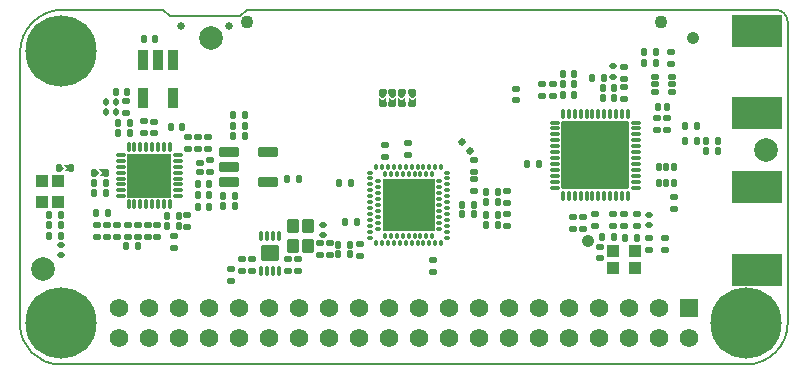
<source format=gbs>
G04*
G04 #@! TF.GenerationSoftware,Altium Limited,CircuitStudio,1.5.2 (30)*
G04*
G04 Layer_Color=8150272*
%FSLAX25Y25*%
%MOIN*%
G70*
G01*
G75*
%ADD54C,0.00500*%
%ADD101C,0.04137*%
G04:AMPARAMS|DCode=102|XSize=26.38mil|YSize=22.44mil|CornerRadius=6.3mil|HoleSize=0mil|Usage=FLASHONLY|Rotation=0.000|XOffset=0mil|YOffset=0mil|HoleType=Round|Shape=RoundedRectangle|*
%AMROUNDEDRECTD102*
21,1,0.02638,0.00984,0,0,0.0*
21,1,0.01378,0.02244,0,0,0.0*
1,1,0.01260,0.00689,-0.00492*
1,1,0.01260,-0.00689,-0.00492*
1,1,0.01260,-0.00689,0.00492*
1,1,0.01260,0.00689,0.00492*
%
%ADD102ROUNDEDRECTD102*%
G04:AMPARAMS|DCode=103|XSize=26.38mil|YSize=20.47mil|CornerRadius=5.81mil|HoleSize=0mil|Usage=FLASHONLY|Rotation=180.000|XOffset=0mil|YOffset=0mil|HoleType=Round|Shape=RoundedRectangle|*
%AMROUNDEDRECTD103*
21,1,0.02638,0.00886,0,0,180.0*
21,1,0.01476,0.02047,0,0,180.0*
1,1,0.01161,-0.00738,0.00443*
1,1,0.01161,0.00738,0.00443*
1,1,0.01161,0.00738,-0.00443*
1,1,0.01161,-0.00738,-0.00443*
%
%ADD103ROUNDEDRECTD103*%
G04:AMPARAMS|DCode=104|XSize=26.38mil|YSize=20.47mil|CornerRadius=5.81mil|HoleSize=0mil|Usage=FLASHONLY|Rotation=270.000|XOffset=0mil|YOffset=0mil|HoleType=Round|Shape=RoundedRectangle|*
%AMROUNDEDRECTD104*
21,1,0.02638,0.00886,0,0,270.0*
21,1,0.01476,0.02047,0,0,270.0*
1,1,0.01161,-0.00443,-0.00738*
1,1,0.01161,-0.00443,0.00738*
1,1,0.01161,0.00443,0.00738*
1,1,0.01161,0.00443,-0.00738*
%
%ADD104ROUNDEDRECTD104*%
G04:AMPARAMS|DCode=105|XSize=26.38mil|YSize=22.44mil|CornerRadius=6.3mil|HoleSize=0mil|Usage=FLASHONLY|Rotation=90.000|XOffset=0mil|YOffset=0mil|HoleType=Round|Shape=RoundedRectangle|*
%AMROUNDEDRECTD105*
21,1,0.02638,0.00984,0,0,90.0*
21,1,0.01378,0.02244,0,0,90.0*
1,1,0.01260,0.00492,0.00689*
1,1,0.01260,0.00492,-0.00689*
1,1,0.01260,-0.00492,-0.00689*
1,1,0.01260,-0.00492,0.00689*
%
%ADD105ROUNDEDRECTD105*%
G04:AMPARAMS|DCode=106|XSize=24.41mil|YSize=20.47mil|CornerRadius=5.81mil|HoleSize=0mil|Usage=FLASHONLY|Rotation=270.000|XOffset=0mil|YOffset=0mil|HoleType=Round|Shape=RoundedRectangle|*
%AMROUNDEDRECTD106*
21,1,0.02441,0.00886,0,0,270.0*
21,1,0.01280,0.02047,0,0,270.0*
1,1,0.01161,-0.00443,-0.00640*
1,1,0.01161,-0.00443,0.00640*
1,1,0.01161,0.00443,0.00640*
1,1,0.01161,0.00443,-0.00640*
%
%ADD106ROUNDEDRECTD106*%
G04:AMPARAMS|DCode=120|XSize=24.41mil|YSize=20.47mil|CornerRadius=5.81mil|HoleSize=0mil|Usage=FLASHONLY|Rotation=0.000|XOffset=0mil|YOffset=0mil|HoleType=Round|Shape=RoundedRectangle|*
%AMROUNDEDRECTD120*
21,1,0.02441,0.00886,0,0,0.0*
21,1,0.01280,0.02047,0,0,0.0*
1,1,0.01161,0.00640,-0.00443*
1,1,0.01161,-0.00640,-0.00443*
1,1,0.01161,-0.00640,0.00443*
1,1,0.01161,0.00640,0.00443*
%
%ADD120ROUNDEDRECTD120*%
%ADD123R,0.16796X0.10792*%
%ADD124C,0.07874*%
G04:AMPARAMS|DCode=127|XSize=16.93mil|YSize=25.76mil|CornerRadius=2.09mil|HoleSize=0mil|Usage=FLASHONLY|Rotation=180.000|XOffset=0mil|YOffset=0mil|HoleType=Round|Shape=RoundedRectangle|*
%AMROUNDEDRECTD127*
21,1,0.01693,0.02158,0,0,180.0*
21,1,0.01276,0.02576,0,0,180.0*
1,1,0.00417,-0.00638,0.01079*
1,1,0.00417,0.00638,0.01079*
1,1,0.00417,0.00638,-0.01079*
1,1,0.00417,-0.00638,-0.01079*
%
%ADD127ROUNDEDRECTD127*%
G04:AMPARAMS|DCode=128|XSize=16.93mil|YSize=25.76mil|CornerRadius=2.09mil|HoleSize=0mil|Usage=FLASHONLY|Rotation=270.000|XOffset=0mil|YOffset=0mil|HoleType=Round|Shape=RoundedRectangle|*
%AMROUNDEDRECTD128*
21,1,0.01693,0.02158,0,0,270.0*
21,1,0.01276,0.02576,0,0,270.0*
1,1,0.00417,-0.01079,-0.00638*
1,1,0.00417,-0.01079,0.00638*
1,1,0.00417,0.01079,0.00638*
1,1,0.00417,0.01079,-0.00638*
%
%ADD128ROUNDEDRECTD128*%
%ADD135C,0.02662*%
%ADD136C,0.06206*%
%ADD137R,0.06206X0.06206*%
%ADD138C,0.23748*%
%ADD139C,0.04300*%
G04:AMPARAMS|DCode=140|XSize=42.37mil|YSize=40.4mil|CornerRadius=3.37mil|HoleSize=0mil|Usage=FLASHONLY|Rotation=90.000|XOffset=0mil|YOffset=0mil|HoleType=Round|Shape=RoundedRectangle|*
%AMROUNDEDRECTD140*
21,1,0.04237,0.03366,0,0,90.0*
21,1,0.03563,0.04040,0,0,90.0*
1,1,0.00674,0.01683,0.01782*
1,1,0.00674,0.01683,-0.01782*
1,1,0.00674,-0.01683,-0.01782*
1,1,0.00674,-0.01683,0.01782*
%
%ADD140ROUNDEDRECTD140*%
G04:AMPARAMS|DCode=141|XSize=42.37mil|YSize=40.4mil|CornerRadius=3.37mil|HoleSize=0mil|Usage=FLASHONLY|Rotation=180.000|XOffset=0mil|YOffset=0mil|HoleType=Round|Shape=RoundedRectangle|*
%AMROUNDEDRECTD141*
21,1,0.04237,0.03366,0,0,180.0*
21,1,0.03563,0.04040,0,0,180.0*
1,1,0.00674,-0.01782,0.01683*
1,1,0.00674,0.01782,0.01683*
1,1,0.00674,0.01782,-0.01683*
1,1,0.00674,-0.01782,-0.01683*
%
%ADD141ROUNDEDRECTD141*%
%ADD142O,0.01284X0.03450*%
%ADD143O,0.03450X0.01284*%
%ADD144R,0.14867X0.14867*%
G04:AMPARAMS|DCode=145|XSize=227.41mil|YSize=227.41mil|CornerRadius=7.11mil|HoleSize=0mil|Usage=FLASHONLY|Rotation=90.000|XOffset=0mil|YOffset=0mil|HoleType=Round|Shape=RoundedRectangle|*
%AMROUNDEDRECTD145*
21,1,0.22741,0.21319,0,0,90.0*
21,1,0.21319,0.22741,0,0,90.0*
1,1,0.01422,0.10659,0.10659*
1,1,0.01422,0.10659,-0.10659*
1,1,0.01422,-0.10659,-0.10659*
1,1,0.01422,-0.10659,0.10659*
%
%ADD145ROUNDEDRECTD145*%
G04:AMPARAMS|DCode=146|XSize=36.47mil|YSize=14.81mil|CornerRadius=6.22mil|HoleSize=0mil|Usage=FLASHONLY|Rotation=90.000|XOffset=0mil|YOffset=0mil|HoleType=Round|Shape=RoundedRectangle|*
%AMROUNDEDRECTD146*
21,1,0.03647,0.00236,0,0,90.0*
21,1,0.02402,0.01481,0,0,90.0*
1,1,0.01245,0.00118,0.01201*
1,1,0.01245,0.00118,-0.01201*
1,1,0.01245,-0.00118,-0.01201*
1,1,0.01245,-0.00118,0.01201*
%
%ADD146ROUNDEDRECTD146*%
G04:AMPARAMS|DCode=147|XSize=36.47mil|YSize=14.81mil|CornerRadius=6.22mil|HoleSize=0mil|Usage=FLASHONLY|Rotation=180.000|XOffset=0mil|YOffset=0mil|HoleType=Round|Shape=RoundedRectangle|*
%AMROUNDEDRECTD147*
21,1,0.03647,0.00236,0,0,180.0*
21,1,0.02402,0.01481,0,0,180.0*
1,1,0.01245,-0.01201,0.00118*
1,1,0.01245,0.01201,0.00118*
1,1,0.01245,0.01201,-0.00118*
1,1,0.01245,-0.01201,-0.00118*
%
%ADD147ROUNDEDRECTD147*%
G04:AMPARAMS|DCode=148|XSize=176.23mil|YSize=176.23mil|CornerRadius=5.83mil|HoleSize=0mil|Usage=FLASHONLY|Rotation=180.000|XOffset=0mil|YOffset=0mil|HoleType=Round|Shape=RoundedRectangle|*
%AMROUNDEDRECTD148*
21,1,0.17623,0.16457,0,0,180.0*
21,1,0.16457,0.17623,0,0,180.0*
1,1,0.01166,-0.08228,0.08228*
1,1,0.01166,0.08228,0.08228*
1,1,0.01166,0.08228,-0.08228*
1,1,0.01166,-0.08228,-0.08228*
%
%ADD148ROUNDEDRECTD148*%
G04:AMPARAMS|DCode=149|XSize=18.75mil|YSize=11.66mil|CornerRadius=2.37mil|HoleSize=0mil|Usage=FLASHONLY|Rotation=270.000|XOffset=0mil|YOffset=0mil|HoleType=Round|Shape=RoundedRectangle|*
%AMROUNDEDRECTD149*
21,1,0.01875,0.00693,0,0,270.0*
21,1,0.01402,0.01166,0,0,270.0*
1,1,0.00473,-0.00347,-0.00701*
1,1,0.00473,-0.00347,0.00701*
1,1,0.00473,0.00347,0.00701*
1,1,0.00473,0.00347,-0.00701*
%
%ADD149ROUNDEDRECTD149*%
G04:AMPARAMS|DCode=150|XSize=18.75mil|YSize=11.66mil|CornerRadius=2.37mil|HoleSize=0mil|Usage=FLASHONLY|Rotation=0.000|XOffset=0mil|YOffset=0mil|HoleType=Round|Shape=RoundedRectangle|*
%AMROUNDEDRECTD150*
21,1,0.01875,0.00693,0,0,0.0*
21,1,0.01402,0.01166,0,0,0.0*
1,1,0.00473,0.00701,-0.00347*
1,1,0.00473,-0.00701,-0.00347*
1,1,0.00473,-0.00701,0.00347*
1,1,0.00473,0.00701,0.00347*
%
%ADD150ROUNDEDRECTD150*%
G04:AMPARAMS|DCode=151|XSize=59.09mil|YSize=55.15mil|CornerRadius=6.32mil|HoleSize=0mil|Usage=FLASHONLY|Rotation=180.000|XOffset=0mil|YOffset=0mil|HoleType=Round|Shape=RoundedRectangle|*
%AMROUNDEDRECTD151*
21,1,0.05909,0.04252,0,0,180.0*
21,1,0.04646,0.05515,0,0,180.0*
1,1,0.01263,-0.02323,0.02126*
1,1,0.01263,0.02323,0.02126*
1,1,0.01263,0.02323,-0.02126*
1,1,0.01263,-0.02323,-0.02126*
%
%ADD151ROUNDEDRECTD151*%
G04:AMPARAMS|DCode=152|XSize=31.53mil|YSize=13.81mil|CornerRadius=3.95mil|HoleSize=0mil|Usage=FLASHONLY|Rotation=270.000|XOffset=0mil|YOffset=0mil|HoleType=Round|Shape=RoundedRectangle|*
%AMROUNDEDRECTD152*
21,1,0.03153,0.00591,0,0,270.0*
21,1,0.02363,0.01381,0,0,270.0*
1,1,0.00791,-0.00295,-0.01181*
1,1,0.00791,-0.00295,0.01181*
1,1,0.00791,0.00295,0.01181*
1,1,0.00791,0.00295,-0.01181*
%
%ADD152ROUNDEDRECTD152*%
G04:AMPARAMS|DCode=153|XSize=28.59mil|YSize=16.78mil|CornerRadius=2.88mil|HoleSize=0mil|Usage=FLASHONLY|Rotation=180.000|XOffset=0mil|YOffset=0mil|HoleType=Round|Shape=RoundedRectangle|*
%AMROUNDEDRECTD153*
21,1,0.02859,0.01102,0,0,180.0*
21,1,0.02284,0.01678,0,0,180.0*
1,1,0.00576,-0.01142,0.00551*
1,1,0.00576,0.01142,0.00551*
1,1,0.00576,0.01142,-0.00551*
1,1,0.00576,-0.01142,-0.00551*
%
%ADD153ROUNDEDRECTD153*%
G04:AMPARAMS|DCode=154|XSize=28.59mil|YSize=16.78mil|CornerRadius=2.88mil|HoleSize=0mil|Usage=FLASHONLY|Rotation=90.000|XOffset=0mil|YOffset=0mil|HoleType=Round|Shape=RoundedRectangle|*
%AMROUNDEDRECTD154*
21,1,0.02859,0.01102,0,0,90.0*
21,1,0.02284,0.01678,0,0,90.0*
1,1,0.00576,0.00551,0.01142*
1,1,0.00576,0.00551,-0.01142*
1,1,0.00576,-0.00551,-0.01142*
1,1,0.00576,-0.00551,0.01142*
%
%ADD154ROUNDEDRECTD154*%
G04:AMPARAMS|DCode=155|XSize=26.38mil|YSize=20.47mil|CornerRadius=5.81mil|HoleSize=0mil|Usage=FLASHONLY|Rotation=225.000|XOffset=0mil|YOffset=0mil|HoleType=Round|Shape=RoundedRectangle|*
%AMROUNDEDRECTD155*
21,1,0.02638,0.00886,0,0,225.0*
21,1,0.01476,0.02047,0,0,225.0*
1,1,0.01161,-0.00835,-0.00209*
1,1,0.01161,0.00209,0.00835*
1,1,0.01161,0.00835,0.00209*
1,1,0.01161,-0.00209,-0.00835*
%
%ADD155ROUNDEDRECTD155*%
G04:AMPARAMS|DCode=156|XSize=67.96mil|YSize=32.92mil|CornerRadius=3mil|HoleSize=0mil|Usage=FLASHONLY|Rotation=90.000|XOffset=0mil|YOffset=0mil|HoleType=Round|Shape=RoundedRectangle|*
%AMROUNDEDRECTD156*
21,1,0.06796,0.02693,0,0,90.0*
21,1,0.06197,0.03292,0,0,90.0*
1,1,0.00599,0.01347,0.03098*
1,1,0.00599,0.01347,-0.03098*
1,1,0.00599,-0.01347,-0.03098*
1,1,0.00599,-0.01347,0.03098*
%
%ADD156ROUNDEDRECTD156*%
G04:AMPARAMS|DCode=157|XSize=38.19mil|YSize=46.06mil|CornerRadius=2.26mil|HoleSize=0mil|Usage=FLASHONLY|Rotation=0.000|XOffset=0mil|YOffset=0mil|HoleType=Round|Shape=RoundedRectangle|*
%AMROUNDEDRECTD157*
21,1,0.03819,0.04154,0,0,0.0*
21,1,0.03366,0.04606,0,0,0.0*
1,1,0.00453,0.01683,-0.02077*
1,1,0.00453,-0.01683,-0.02077*
1,1,0.00453,-0.01683,0.02077*
1,1,0.00453,0.01683,0.02077*
%
%ADD157ROUNDEDRECTD157*%
G04:AMPARAMS|DCode=158|XSize=68mil|YSize=33mil|CornerRadius=4.5mil|HoleSize=0mil|Usage=FLASHONLY|Rotation=180.000|XOffset=0mil|YOffset=0mil|HoleType=Round|Shape=RoundedRectangle|*
%AMROUNDEDRECTD158*
21,1,0.06800,0.02400,0,0,180.0*
21,1,0.05900,0.03300,0,0,180.0*
1,1,0.00900,-0.02950,0.01200*
1,1,0.00900,0.02950,0.01200*
1,1,0.00900,0.02950,-0.01200*
1,1,0.00900,-0.02950,-0.01200*
%
%ADD158ROUNDEDRECTD158*%
G36*
X1051006Y763781D02*
X1049306D01*
Y763881D01*
X1050206Y764781D01*
Y765081D01*
X1049306Y765981D01*
Y766081D01*
X1051006D01*
Y763781D01*
D02*
G37*
G36*
X1156676Y786681D02*
X1154376D01*
Y788381D01*
X1154476D01*
X1155376Y787481D01*
X1155676D01*
X1156576Y788381D01*
X1156676D01*
Y786681D01*
D02*
G37*
G36*
X1159876D02*
X1157576D01*
Y788381D01*
X1157676D01*
X1158576Y787481D01*
X1158876D01*
X1159776Y788381D01*
X1159876D01*
Y786681D01*
D02*
G37*
G36*
X1060946Y763551D02*
Y763251D01*
X1059946Y762251D01*
X1059146D01*
Y764551D01*
X1059946D01*
X1060946Y763551D01*
D02*
G37*
G36*
X1062706Y762251D02*
X1061006D01*
Y762351D01*
X1061906Y763251D01*
Y763551D01*
X1061006Y764451D01*
Y764551D01*
X1062706D01*
Y762251D01*
D02*
G37*
G36*
X1049246Y765081D02*
Y764781D01*
X1048246Y763781D01*
X1047446D01*
Y766081D01*
X1048246D01*
X1049246Y765081D01*
D02*
G37*
G36*
X1159876Y789281D02*
X1158876Y788281D01*
X1158576D01*
X1157576Y789281D01*
Y790081D01*
X1159876D01*
Y789281D01*
D02*
G37*
G36*
X1163076D02*
X1162076Y788281D01*
X1161776D01*
X1160776Y789281D01*
Y790081D01*
X1163076D01*
Y789281D01*
D02*
G37*
G36*
X1166476D02*
X1165476Y788281D01*
X1165176D01*
X1164176Y789281D01*
Y790081D01*
X1166476D01*
Y789281D01*
D02*
G37*
G36*
X1163076Y786681D02*
X1160776D01*
Y788381D01*
X1160876D01*
X1161776Y787481D01*
X1162076D01*
X1162976Y788381D01*
X1163076D01*
Y786681D01*
D02*
G37*
G36*
X1166476D02*
X1164176D01*
Y788381D01*
X1164276D01*
X1165176Y787481D01*
X1165476D01*
X1166376Y788381D01*
X1166476D01*
Y786681D01*
D02*
G37*
G36*
X1156676Y789281D02*
X1155676Y788281D01*
X1155376D01*
X1154376Y789281D01*
Y790081D01*
X1156676D01*
Y789281D01*
D02*
G37*
D54*
X1276749Y699502D02*
G03*
X1290528Y713281I0J13780D01*
G01*
X1034623Y712769D02*
G03*
X1047891Y699502I13268J0D01*
G01*
X1048995Y817730D02*
G03*
X1034623Y803358I0J-14372D01*
G01*
X1290528Y813564D02*
G03*
X1286362Y817730I-4166J0D01*
G01*
X1047891Y699502D02*
X1276749Y699502D01*
X1034623Y712769D02*
X1034623Y796470D01*
X1290528Y718006D02*
Y767631D01*
X1084591Y815466D02*
X1107961D01*
X1034623Y796470D02*
Y803358D01*
X1290528Y713281D02*
Y718006D01*
X1110224Y817730D02*
X1286362D01*
X1290528Y767631D02*
Y813564D01*
X1082327Y817730D02*
X1084591Y815466D01*
X1048995Y817730D02*
X1082327D01*
X1107961Y815466D02*
X1110224Y817730D01*
D101*
X1259076Y808281D02*
D03*
X1223876Y740681D02*
D03*
D102*
X1236076Y798550D02*
D03*
Y794613D02*
D03*
X1137806Y739940D02*
D03*
Y736003D02*
D03*
X1134506Y739920D02*
D03*
Y735983D02*
D03*
X1199991Y787484D02*
D03*
Y791421D02*
D03*
X1085876Y738413D02*
D03*
Y742350D02*
D03*
X1090776Y775150D02*
D03*
Y771213D02*
D03*
X1111976Y730743D02*
D03*
Y734680D02*
D03*
X1244141Y741698D02*
D03*
Y737761D02*
D03*
X1240204Y745635D02*
D03*
Y749572D02*
D03*
X1236076Y787913D02*
D03*
Y791850D02*
D03*
X1247103Y777572D02*
D03*
Y781509D02*
D03*
X1222276Y744713D02*
D03*
Y748650D02*
D03*
X1232330Y749572D02*
D03*
Y745635D02*
D03*
X1212251Y792879D02*
D03*
Y788942D02*
D03*
X1208708D02*
D03*
Y792879D02*
D03*
X1097376Y775150D02*
D03*
Y771213D02*
D03*
X1156175Y768727D02*
D03*
Y772664D02*
D03*
X1147876Y739550D02*
D03*
Y735613D02*
D03*
X1172376Y734150D02*
D03*
Y730213D02*
D03*
X1164032Y773242D02*
D03*
Y769305D02*
D03*
X1060176Y746050D02*
D03*
Y742113D02*
D03*
X1076076Y780450D02*
D03*
Y776513D02*
D03*
X1079239Y780427D02*
D03*
Y776490D02*
D03*
X1070479Y746027D02*
D03*
Y742090D02*
D03*
X1077172D02*
D03*
Y746027D02*
D03*
X1080322Y742090D02*
D03*
Y746027D02*
D03*
X1227976Y738750D02*
D03*
Y734813D02*
D03*
X1090410Y745289D02*
D03*
Y749226D02*
D03*
X1069876Y787250D02*
D03*
Y783313D02*
D03*
X1252676Y755350D02*
D03*
Y751413D02*
D03*
X1236070Y749572D02*
D03*
Y745635D02*
D03*
X1250253Y777572D02*
D03*
Y781509D02*
D03*
X1251631Y799620D02*
D03*
Y803557D02*
D03*
D103*
X1249476Y737681D02*
D03*
Y741681D02*
D03*
X1124026Y734711D02*
D03*
Y730711D02*
D03*
X1127216Y734671D02*
D03*
Y730671D02*
D03*
X1108586Y734741D02*
D03*
Y730741D02*
D03*
X1165316Y786401D02*
D03*
Y790401D02*
D03*
X1161956Y786401D02*
D03*
Y790401D02*
D03*
X1158716Y786391D02*
D03*
Y790391D02*
D03*
X1155536Y786411D02*
D03*
Y790411D02*
D03*
X1196956Y753243D02*
D03*
Y757243D02*
D03*
X1196956Y745566D02*
D03*
Y749566D02*
D03*
X1218876Y748681D02*
D03*
Y744681D02*
D03*
X1186080Y763761D02*
D03*
Y767761D02*
D03*
X1185953Y757245D02*
D03*
Y761245D02*
D03*
X1104976Y727281D02*
D03*
Y731281D02*
D03*
X1073876Y746081D02*
D03*
Y742081D02*
D03*
X1067076D02*
D03*
Y746081D02*
D03*
X1094076Y775181D02*
D03*
Y771181D02*
D03*
X1063576Y746081D02*
D03*
Y742081D02*
D03*
X1226425Y745604D02*
D03*
Y749604D02*
D03*
X1097976Y767581D02*
D03*
Y763581D02*
D03*
D104*
X1246776Y800081D02*
D03*
X1242776D02*
D03*
X1246776Y803581D02*
D03*
X1242776D02*
D03*
X1102176Y755581D02*
D03*
X1106176D02*
D03*
X1051556Y764911D02*
D03*
X1047556D02*
D03*
X1260176Y778981D02*
D03*
X1256176D02*
D03*
X1260176Y773981D02*
D03*
X1256176D02*
D03*
X1267176Y770581D02*
D03*
X1263176D02*
D03*
X1267176Y773881D02*
D03*
X1263176D02*
D03*
X1190059Y756795D02*
D03*
X1194059D02*
D03*
X1190035Y753557D02*
D03*
X1194035D02*
D03*
X1190059Y749118D02*
D03*
X1194059D02*
D03*
X1083587Y745486D02*
D03*
X1087587D02*
D03*
X1102176Y752281D02*
D03*
X1106176D02*
D03*
X1190059Y745870D02*
D03*
X1194059D02*
D03*
X1140566Y739411D02*
D03*
X1144566D02*
D03*
X1083587Y749029D02*
D03*
X1087587D02*
D03*
X1140576Y736181D02*
D03*
X1144576D02*
D03*
D105*
X1048344Y749181D02*
D03*
X1044407D02*
D03*
X1070444Y790381D02*
D03*
X1066507D02*
D03*
X1048344Y742381D02*
D03*
X1044407D02*
D03*
X1048344Y745781D02*
D03*
X1044407D02*
D03*
X1059207Y763381D02*
D03*
X1063144D02*
D03*
X1240204Y741698D02*
D03*
X1236267D02*
D03*
X1232527Y741895D02*
D03*
X1228590D02*
D03*
X1207724Y766305D02*
D03*
X1203787D02*
D03*
X1229144Y794981D02*
D03*
X1225207D02*
D03*
X1219444Y789181D02*
D03*
X1215507D02*
D03*
X1219444Y792781D02*
D03*
X1215507D02*
D03*
X1232744Y791681D02*
D03*
X1228807D02*
D03*
X1232744Y788181D02*
D03*
X1228807D02*
D03*
X1215507Y796381D02*
D03*
X1219444D02*
D03*
X1144944Y759781D02*
D03*
X1141007D02*
D03*
X1143107Y747081D02*
D03*
X1147044D02*
D03*
X1063146Y760053D02*
D03*
X1059209D02*
D03*
X1059207Y756681D02*
D03*
X1063144D02*
D03*
X1060007Y750081D02*
D03*
X1063944D02*
D03*
X1074022Y738940D02*
D03*
X1070085D02*
D03*
X1097792Y759757D02*
D03*
X1093855D02*
D03*
X1084807Y778681D02*
D03*
X1088744D02*
D03*
X1067207Y776581D02*
D03*
X1071144D02*
D03*
X1067207Y779981D02*
D03*
X1071144D02*
D03*
X1097792Y755919D02*
D03*
X1093855D02*
D03*
X1097792Y752080D02*
D03*
X1093855D02*
D03*
X1127615Y761234D02*
D03*
X1123678D02*
D03*
X1079780Y807887D02*
D03*
X1075843D02*
D03*
X1109603Y782494D02*
D03*
X1105666D02*
D03*
X1109603Y779049D02*
D03*
X1105666D02*
D03*
X1109579Y775662D02*
D03*
X1105642D02*
D03*
X1182007Y749481D02*
D03*
X1185944D02*
D03*
Y752681D02*
D03*
X1182007D02*
D03*
D106*
X1063203Y783681D02*
D03*
X1066549D02*
D03*
X1063203Y786981D02*
D03*
X1066549D02*
D03*
D120*
X1135766Y742534D02*
D03*
Y745880D02*
D03*
X1048275Y739354D02*
D03*
Y736007D02*
D03*
X1244141Y745931D02*
D03*
Y749277D02*
D03*
X1232330Y798785D02*
D03*
Y795439D02*
D03*
D123*
X1280174Y758448D02*
D03*
Y730948D02*
D03*
Y810614D02*
D03*
Y783114D02*
D03*
D124*
X1283127Y770886D02*
D03*
X1098136Y808401D02*
D03*
X1042280Y731214D02*
D03*
D127*
X1247176Y785281D02*
D03*
X1250176D02*
D03*
D128*
X1094576Y763681D02*
D03*
Y766681D02*
D03*
D135*
X1104348Y812331D02*
D03*
X1088403D02*
D03*
D136*
X1097576Y718281D02*
D03*
Y708281D02*
D03*
X1087576Y718281D02*
D03*
Y708281D02*
D03*
X1077576Y718281D02*
D03*
Y708281D02*
D03*
X1067576Y718281D02*
D03*
Y708281D02*
D03*
X1107576D02*
D03*
Y718281D02*
D03*
X1117576Y708281D02*
D03*
Y718281D02*
D03*
X1127576Y708281D02*
D03*
Y718281D02*
D03*
X1137576Y708281D02*
D03*
Y718281D02*
D03*
X1147576Y708281D02*
D03*
Y718281D02*
D03*
X1157576Y708281D02*
D03*
Y718281D02*
D03*
X1167576Y708281D02*
D03*
Y718281D02*
D03*
X1177576Y708281D02*
D03*
Y718281D02*
D03*
X1187576Y708281D02*
D03*
Y718281D02*
D03*
X1197576Y708281D02*
D03*
Y718281D02*
D03*
X1207576Y708281D02*
D03*
Y718281D02*
D03*
X1217576Y708281D02*
D03*
Y718281D02*
D03*
X1227576Y708281D02*
D03*
Y718281D02*
D03*
X1237576Y708281D02*
D03*
Y718281D02*
D03*
X1247576Y708281D02*
D03*
Y718281D02*
D03*
X1257576Y708281D02*
D03*
D137*
Y718281D02*
D03*
D138*
X1048402Y713281D02*
D03*
Y803832D02*
D03*
X1276749Y713281D02*
D03*
D139*
X1110176Y813561D02*
D03*
X1248276D02*
D03*
D140*
X1047398Y753458D02*
D03*
X1041887D02*
D03*
Y760742D02*
D03*
X1047398D02*
D03*
D141*
X1239717Y737237D02*
D03*
Y731725D02*
D03*
X1232434D02*
D03*
Y737237D02*
D03*
D142*
X1084603Y752868D02*
D03*
X1082635D02*
D03*
X1080666D02*
D03*
X1078698D02*
D03*
X1076729D02*
D03*
X1074761D02*
D03*
X1072792D02*
D03*
X1070824D02*
D03*
Y771962D02*
D03*
X1072792D02*
D03*
X1074761D02*
D03*
X1076729D02*
D03*
X1078698D02*
D03*
X1080666D02*
D03*
X1082635D02*
D03*
X1084603D02*
D03*
D143*
X1068166Y755525D02*
D03*
Y757494D02*
D03*
Y759462D02*
D03*
Y761431D02*
D03*
Y763399D02*
D03*
Y765368D02*
D03*
Y767336D02*
D03*
Y769305D02*
D03*
X1087261D02*
D03*
Y767336D02*
D03*
Y765368D02*
D03*
Y763399D02*
D03*
Y761431D02*
D03*
Y759462D02*
D03*
Y757494D02*
D03*
Y755525D02*
D03*
D144*
X1077713Y762415D02*
D03*
D145*
X1226425Y769257D02*
D03*
D146*
X1237251Y782840D02*
D03*
X1235283D02*
D03*
X1233314D02*
D03*
X1231346D02*
D03*
X1229377D02*
D03*
X1227409D02*
D03*
X1225440D02*
D03*
X1223472D02*
D03*
X1221503D02*
D03*
X1219535D02*
D03*
X1217566D02*
D03*
X1215598D02*
D03*
Y755675D02*
D03*
X1217566D02*
D03*
X1219535D02*
D03*
X1221503D02*
D03*
X1223472D02*
D03*
X1225440D02*
D03*
X1227409D02*
D03*
X1229377D02*
D03*
X1231346D02*
D03*
X1233314D02*
D03*
X1235283D02*
D03*
X1237251D02*
D03*
D147*
X1212842Y780084D02*
D03*
Y778116D02*
D03*
Y776147D02*
D03*
Y774179D02*
D03*
Y772210D02*
D03*
Y770242D02*
D03*
Y768273D02*
D03*
Y766305D02*
D03*
Y764336D02*
D03*
Y762368D02*
D03*
Y760399D02*
D03*
Y758431D02*
D03*
X1240007D02*
D03*
Y760399D02*
D03*
Y762368D02*
D03*
Y764336D02*
D03*
Y766305D02*
D03*
Y768273D02*
D03*
Y770242D02*
D03*
Y772210D02*
D03*
Y774179D02*
D03*
Y776147D02*
D03*
Y778116D02*
D03*
Y780084D02*
D03*
D148*
X1164176Y752601D02*
D03*
D149*
X1172050Y762837D02*
D03*
X1170081D02*
D03*
X1168113D02*
D03*
X1166144D02*
D03*
X1164176D02*
D03*
X1162207D02*
D03*
X1160239D02*
D03*
X1158270D02*
D03*
X1156302D02*
D03*
Y742365D02*
D03*
X1158270D02*
D03*
X1160239D02*
D03*
X1162207D02*
D03*
X1164176D02*
D03*
X1166144D02*
D03*
X1168113D02*
D03*
X1170081D02*
D03*
X1172050D02*
D03*
X1175002Y765396D02*
D03*
X1173034D02*
D03*
X1171065D02*
D03*
X1169097D02*
D03*
X1167128D02*
D03*
X1165160D02*
D03*
X1163191D02*
D03*
X1161223D02*
D03*
X1159254D02*
D03*
X1157286D02*
D03*
X1155317D02*
D03*
X1153349D02*
D03*
Y739806D02*
D03*
X1155317D02*
D03*
X1157286D02*
D03*
X1159254D02*
D03*
X1161223D02*
D03*
X1163191D02*
D03*
X1165160D02*
D03*
X1167128D02*
D03*
X1169097D02*
D03*
X1171065D02*
D03*
X1173034D02*
D03*
X1175002D02*
D03*
D150*
X1153939Y760475D02*
D03*
Y758507D02*
D03*
Y756538D02*
D03*
Y754570D02*
D03*
Y752601D02*
D03*
Y750633D02*
D03*
Y748664D02*
D03*
Y746696D02*
D03*
Y744727D02*
D03*
X1174412D02*
D03*
Y746696D02*
D03*
Y748664D02*
D03*
Y750633D02*
D03*
Y752601D02*
D03*
Y754570D02*
D03*
Y756538D02*
D03*
Y758507D02*
D03*
Y760475D02*
D03*
X1151380Y763428D02*
D03*
Y761459D02*
D03*
Y759491D02*
D03*
Y757522D02*
D03*
Y755554D02*
D03*
Y753585D02*
D03*
Y751617D02*
D03*
Y749648D02*
D03*
Y747680D02*
D03*
Y745711D02*
D03*
Y743743D02*
D03*
Y741774D02*
D03*
X1176971D02*
D03*
Y743743D02*
D03*
Y745711D02*
D03*
Y747680D02*
D03*
Y749648D02*
D03*
Y751617D02*
D03*
Y753585D02*
D03*
Y755554D02*
D03*
Y757522D02*
D03*
Y759491D02*
D03*
Y761459D02*
D03*
Y763428D02*
D03*
D151*
X1117936Y736511D02*
D03*
D152*
X1114983Y730605D02*
D03*
X1116952D02*
D03*
X1118920D02*
D03*
X1120889D02*
D03*
Y742417D02*
D03*
X1118920D02*
D03*
X1116952D02*
D03*
X1114983D02*
D03*
D153*
X1251832Y795340D02*
D03*
Y792781D02*
D03*
Y790222D02*
D03*
X1246320Y795340D02*
D03*
Y792781D02*
D03*
Y790222D02*
D03*
D154*
X1252635Y759925D02*
D03*
X1250076D02*
D03*
X1247517D02*
D03*
X1252635Y765437D02*
D03*
X1250076D02*
D03*
X1247517D02*
D03*
D155*
X1181909Y773475D02*
D03*
X1184738Y770646D02*
D03*
D156*
X1080792Y801006D02*
D03*
X1085792D02*
D03*
X1075792D02*
D03*
X1085792Y788250D02*
D03*
X1075792D02*
D03*
D157*
X1130735Y745627D02*
D03*
X1125616D02*
D03*
Y738935D02*
D03*
X1130735D02*
D03*
D158*
X1104433Y760368D02*
D03*
Y765368D02*
D03*
Y770368D02*
D03*
X1117333Y760368D02*
D03*
Y770368D02*
D03*
M02*

</source>
